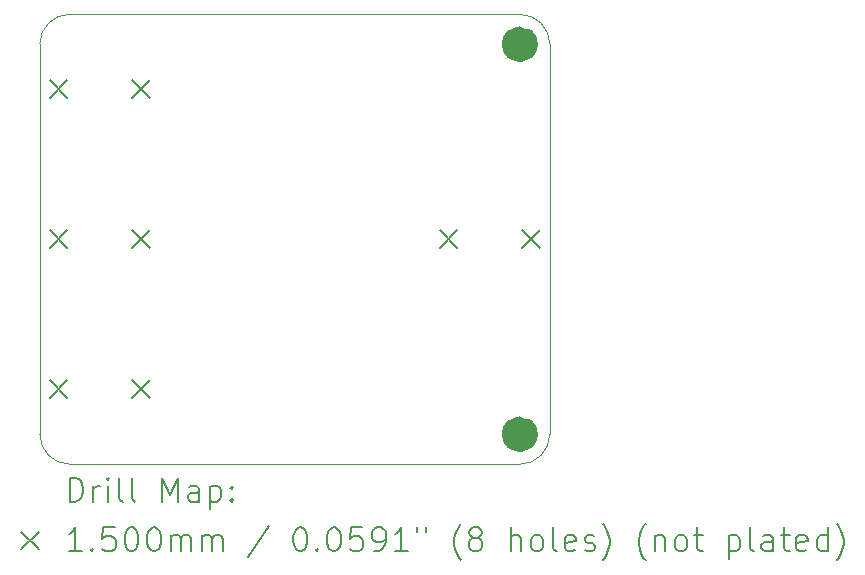
<source format=gbr>
%FSLAX45Y45*%
G04 Gerber Fmt 4.5, Leading zero omitted, Abs format (unit mm)*
G04 Created by KiCad (PCBNEW (6.0.5)) date 2022-06-29 19:51:04*
%MOMM*%
%LPD*%
G01*
G04 APERTURE LIST*
%TA.AperFunction,Profile*%
%ADD10C,0.100000*%
%TD*%
%TA.AperFunction,Profile*%
%ADD11C,1.550000*%
%TD*%
%ADD12C,0.200000*%
%ADD13C,0.150000*%
G04 APERTURE END LIST*
D10*
X13589000Y-11557000D02*
G75*
G03*
X13843000Y-11811000I254000J0D01*
G01*
X17907000Y-8255000D02*
G75*
G03*
X17653000Y-8001000I-254000J0D01*
G01*
D11*
X17730500Y-8255000D02*
G75*
G03*
X17730500Y-8255000I-77500J0D01*
G01*
D10*
X17653000Y-11811000D02*
G75*
G03*
X17907000Y-11557000I0J254000D01*
G01*
X17907000Y-8255000D02*
X17907000Y-11557000D01*
D11*
X17730500Y-11557000D02*
G75*
G03*
X17730500Y-11557000I-77500J0D01*
G01*
D10*
X13843000Y-11811000D02*
X17653000Y-11811000D01*
X13589000Y-8255000D02*
X13589000Y-11557000D01*
X17653000Y-8001000D02*
X13843000Y-8001000D01*
X13843000Y-8001000D02*
G75*
G03*
X13589000Y-8255000I0J-254000D01*
G01*
D12*
D13*
X13671500Y-8561000D02*
X13821500Y-8711000D01*
X13821500Y-8561000D02*
X13671500Y-8711000D01*
X13671500Y-9831000D02*
X13821500Y-9981000D01*
X13821500Y-9831000D02*
X13671500Y-9981000D01*
X13671500Y-11101000D02*
X13821500Y-11251000D01*
X13821500Y-11101000D02*
X13671500Y-11251000D01*
X14371500Y-8561000D02*
X14521500Y-8711000D01*
X14521500Y-8561000D02*
X14371500Y-8711000D01*
X14371500Y-9831000D02*
X14521500Y-9981000D01*
X14521500Y-9831000D02*
X14371500Y-9981000D01*
X14371500Y-11101000D02*
X14521500Y-11251000D01*
X14521500Y-11101000D02*
X14371500Y-11251000D01*
X16974500Y-9831000D02*
X17124500Y-9981000D01*
X17124500Y-9831000D02*
X16974500Y-9981000D01*
X17674500Y-9831000D02*
X17824500Y-9981000D01*
X17824500Y-9831000D02*
X17674500Y-9981000D01*
D12*
X13841619Y-12126476D02*
X13841619Y-11926476D01*
X13889238Y-11926476D01*
X13917809Y-11936000D01*
X13936857Y-11955048D01*
X13946381Y-11974095D01*
X13955905Y-12012190D01*
X13955905Y-12040762D01*
X13946381Y-12078857D01*
X13936857Y-12097905D01*
X13917809Y-12116952D01*
X13889238Y-12126476D01*
X13841619Y-12126476D01*
X14041619Y-12126476D02*
X14041619Y-11993143D01*
X14041619Y-12031238D02*
X14051143Y-12012190D01*
X14060667Y-12002667D01*
X14079714Y-11993143D01*
X14098762Y-11993143D01*
X14165428Y-12126476D02*
X14165428Y-11993143D01*
X14165428Y-11926476D02*
X14155905Y-11936000D01*
X14165428Y-11945524D01*
X14174952Y-11936000D01*
X14165428Y-11926476D01*
X14165428Y-11945524D01*
X14289238Y-12126476D02*
X14270190Y-12116952D01*
X14260667Y-12097905D01*
X14260667Y-11926476D01*
X14394000Y-12126476D02*
X14374952Y-12116952D01*
X14365428Y-12097905D01*
X14365428Y-11926476D01*
X14622571Y-12126476D02*
X14622571Y-11926476D01*
X14689238Y-12069333D01*
X14755905Y-11926476D01*
X14755905Y-12126476D01*
X14936857Y-12126476D02*
X14936857Y-12021714D01*
X14927333Y-12002667D01*
X14908286Y-11993143D01*
X14870190Y-11993143D01*
X14851143Y-12002667D01*
X14936857Y-12116952D02*
X14917809Y-12126476D01*
X14870190Y-12126476D01*
X14851143Y-12116952D01*
X14841619Y-12097905D01*
X14841619Y-12078857D01*
X14851143Y-12059809D01*
X14870190Y-12050286D01*
X14917809Y-12050286D01*
X14936857Y-12040762D01*
X15032095Y-11993143D02*
X15032095Y-12193143D01*
X15032095Y-12002667D02*
X15051143Y-11993143D01*
X15089238Y-11993143D01*
X15108286Y-12002667D01*
X15117809Y-12012190D01*
X15127333Y-12031238D01*
X15127333Y-12088381D01*
X15117809Y-12107428D01*
X15108286Y-12116952D01*
X15089238Y-12126476D01*
X15051143Y-12126476D01*
X15032095Y-12116952D01*
X15213048Y-12107428D02*
X15222571Y-12116952D01*
X15213048Y-12126476D01*
X15203524Y-12116952D01*
X15213048Y-12107428D01*
X15213048Y-12126476D01*
X15213048Y-12002667D02*
X15222571Y-12012190D01*
X15213048Y-12021714D01*
X15203524Y-12012190D01*
X15213048Y-12002667D01*
X15213048Y-12021714D01*
D13*
X13434000Y-12381000D02*
X13584000Y-12531000D01*
X13584000Y-12381000D02*
X13434000Y-12531000D01*
D12*
X13946381Y-12546476D02*
X13832095Y-12546476D01*
X13889238Y-12546476D02*
X13889238Y-12346476D01*
X13870190Y-12375048D01*
X13851143Y-12394095D01*
X13832095Y-12403619D01*
X14032095Y-12527428D02*
X14041619Y-12536952D01*
X14032095Y-12546476D01*
X14022571Y-12536952D01*
X14032095Y-12527428D01*
X14032095Y-12546476D01*
X14222571Y-12346476D02*
X14127333Y-12346476D01*
X14117809Y-12441714D01*
X14127333Y-12432190D01*
X14146381Y-12422667D01*
X14194000Y-12422667D01*
X14213048Y-12432190D01*
X14222571Y-12441714D01*
X14232095Y-12460762D01*
X14232095Y-12508381D01*
X14222571Y-12527428D01*
X14213048Y-12536952D01*
X14194000Y-12546476D01*
X14146381Y-12546476D01*
X14127333Y-12536952D01*
X14117809Y-12527428D01*
X14355905Y-12346476D02*
X14374952Y-12346476D01*
X14394000Y-12356000D01*
X14403524Y-12365524D01*
X14413048Y-12384571D01*
X14422571Y-12422667D01*
X14422571Y-12470286D01*
X14413048Y-12508381D01*
X14403524Y-12527428D01*
X14394000Y-12536952D01*
X14374952Y-12546476D01*
X14355905Y-12546476D01*
X14336857Y-12536952D01*
X14327333Y-12527428D01*
X14317809Y-12508381D01*
X14308286Y-12470286D01*
X14308286Y-12422667D01*
X14317809Y-12384571D01*
X14327333Y-12365524D01*
X14336857Y-12356000D01*
X14355905Y-12346476D01*
X14546381Y-12346476D02*
X14565428Y-12346476D01*
X14584476Y-12356000D01*
X14594000Y-12365524D01*
X14603524Y-12384571D01*
X14613048Y-12422667D01*
X14613048Y-12470286D01*
X14603524Y-12508381D01*
X14594000Y-12527428D01*
X14584476Y-12536952D01*
X14565428Y-12546476D01*
X14546381Y-12546476D01*
X14527333Y-12536952D01*
X14517809Y-12527428D01*
X14508286Y-12508381D01*
X14498762Y-12470286D01*
X14498762Y-12422667D01*
X14508286Y-12384571D01*
X14517809Y-12365524D01*
X14527333Y-12356000D01*
X14546381Y-12346476D01*
X14698762Y-12546476D02*
X14698762Y-12413143D01*
X14698762Y-12432190D02*
X14708286Y-12422667D01*
X14727333Y-12413143D01*
X14755905Y-12413143D01*
X14774952Y-12422667D01*
X14784476Y-12441714D01*
X14784476Y-12546476D01*
X14784476Y-12441714D02*
X14794000Y-12422667D01*
X14813048Y-12413143D01*
X14841619Y-12413143D01*
X14860667Y-12422667D01*
X14870190Y-12441714D01*
X14870190Y-12546476D01*
X14965428Y-12546476D02*
X14965428Y-12413143D01*
X14965428Y-12432190D02*
X14974952Y-12422667D01*
X14994000Y-12413143D01*
X15022571Y-12413143D01*
X15041619Y-12422667D01*
X15051143Y-12441714D01*
X15051143Y-12546476D01*
X15051143Y-12441714D02*
X15060667Y-12422667D01*
X15079714Y-12413143D01*
X15108286Y-12413143D01*
X15127333Y-12422667D01*
X15136857Y-12441714D01*
X15136857Y-12546476D01*
X15527333Y-12336952D02*
X15355905Y-12594095D01*
X15784476Y-12346476D02*
X15803524Y-12346476D01*
X15822571Y-12356000D01*
X15832095Y-12365524D01*
X15841619Y-12384571D01*
X15851143Y-12422667D01*
X15851143Y-12470286D01*
X15841619Y-12508381D01*
X15832095Y-12527428D01*
X15822571Y-12536952D01*
X15803524Y-12546476D01*
X15784476Y-12546476D01*
X15765428Y-12536952D01*
X15755905Y-12527428D01*
X15746381Y-12508381D01*
X15736857Y-12470286D01*
X15736857Y-12422667D01*
X15746381Y-12384571D01*
X15755905Y-12365524D01*
X15765428Y-12356000D01*
X15784476Y-12346476D01*
X15936857Y-12527428D02*
X15946381Y-12536952D01*
X15936857Y-12546476D01*
X15927333Y-12536952D01*
X15936857Y-12527428D01*
X15936857Y-12546476D01*
X16070190Y-12346476D02*
X16089238Y-12346476D01*
X16108286Y-12356000D01*
X16117809Y-12365524D01*
X16127333Y-12384571D01*
X16136857Y-12422667D01*
X16136857Y-12470286D01*
X16127333Y-12508381D01*
X16117809Y-12527428D01*
X16108286Y-12536952D01*
X16089238Y-12546476D01*
X16070190Y-12546476D01*
X16051143Y-12536952D01*
X16041619Y-12527428D01*
X16032095Y-12508381D01*
X16022571Y-12470286D01*
X16022571Y-12422667D01*
X16032095Y-12384571D01*
X16041619Y-12365524D01*
X16051143Y-12356000D01*
X16070190Y-12346476D01*
X16317809Y-12346476D02*
X16222571Y-12346476D01*
X16213048Y-12441714D01*
X16222571Y-12432190D01*
X16241619Y-12422667D01*
X16289238Y-12422667D01*
X16308286Y-12432190D01*
X16317809Y-12441714D01*
X16327333Y-12460762D01*
X16327333Y-12508381D01*
X16317809Y-12527428D01*
X16308286Y-12536952D01*
X16289238Y-12546476D01*
X16241619Y-12546476D01*
X16222571Y-12536952D01*
X16213048Y-12527428D01*
X16422571Y-12546476D02*
X16460667Y-12546476D01*
X16479714Y-12536952D01*
X16489238Y-12527428D01*
X16508286Y-12498857D01*
X16517809Y-12460762D01*
X16517809Y-12384571D01*
X16508286Y-12365524D01*
X16498762Y-12356000D01*
X16479714Y-12346476D01*
X16441619Y-12346476D01*
X16422571Y-12356000D01*
X16413048Y-12365524D01*
X16403524Y-12384571D01*
X16403524Y-12432190D01*
X16413048Y-12451238D01*
X16422571Y-12460762D01*
X16441619Y-12470286D01*
X16479714Y-12470286D01*
X16498762Y-12460762D01*
X16508286Y-12451238D01*
X16517809Y-12432190D01*
X16708286Y-12546476D02*
X16594000Y-12546476D01*
X16651143Y-12546476D02*
X16651143Y-12346476D01*
X16632095Y-12375048D01*
X16613048Y-12394095D01*
X16594000Y-12403619D01*
X16784476Y-12346476D02*
X16784476Y-12384571D01*
X16860667Y-12346476D02*
X16860667Y-12384571D01*
X17155905Y-12622667D02*
X17146381Y-12613143D01*
X17127333Y-12584571D01*
X17117810Y-12565524D01*
X17108286Y-12536952D01*
X17098762Y-12489333D01*
X17098762Y-12451238D01*
X17108286Y-12403619D01*
X17117810Y-12375048D01*
X17127333Y-12356000D01*
X17146381Y-12327428D01*
X17155905Y-12317905D01*
X17260667Y-12432190D02*
X17241619Y-12422667D01*
X17232095Y-12413143D01*
X17222571Y-12394095D01*
X17222571Y-12384571D01*
X17232095Y-12365524D01*
X17241619Y-12356000D01*
X17260667Y-12346476D01*
X17298762Y-12346476D01*
X17317810Y-12356000D01*
X17327333Y-12365524D01*
X17336857Y-12384571D01*
X17336857Y-12394095D01*
X17327333Y-12413143D01*
X17317810Y-12422667D01*
X17298762Y-12432190D01*
X17260667Y-12432190D01*
X17241619Y-12441714D01*
X17232095Y-12451238D01*
X17222571Y-12470286D01*
X17222571Y-12508381D01*
X17232095Y-12527428D01*
X17241619Y-12536952D01*
X17260667Y-12546476D01*
X17298762Y-12546476D01*
X17317810Y-12536952D01*
X17327333Y-12527428D01*
X17336857Y-12508381D01*
X17336857Y-12470286D01*
X17327333Y-12451238D01*
X17317810Y-12441714D01*
X17298762Y-12432190D01*
X17574952Y-12546476D02*
X17574952Y-12346476D01*
X17660667Y-12546476D02*
X17660667Y-12441714D01*
X17651143Y-12422667D01*
X17632095Y-12413143D01*
X17603524Y-12413143D01*
X17584476Y-12422667D01*
X17574952Y-12432190D01*
X17784476Y-12546476D02*
X17765429Y-12536952D01*
X17755905Y-12527428D01*
X17746381Y-12508381D01*
X17746381Y-12451238D01*
X17755905Y-12432190D01*
X17765429Y-12422667D01*
X17784476Y-12413143D01*
X17813048Y-12413143D01*
X17832095Y-12422667D01*
X17841619Y-12432190D01*
X17851143Y-12451238D01*
X17851143Y-12508381D01*
X17841619Y-12527428D01*
X17832095Y-12536952D01*
X17813048Y-12546476D01*
X17784476Y-12546476D01*
X17965429Y-12546476D02*
X17946381Y-12536952D01*
X17936857Y-12517905D01*
X17936857Y-12346476D01*
X18117810Y-12536952D02*
X18098762Y-12546476D01*
X18060667Y-12546476D01*
X18041619Y-12536952D01*
X18032095Y-12517905D01*
X18032095Y-12441714D01*
X18041619Y-12422667D01*
X18060667Y-12413143D01*
X18098762Y-12413143D01*
X18117810Y-12422667D01*
X18127333Y-12441714D01*
X18127333Y-12460762D01*
X18032095Y-12479809D01*
X18203524Y-12536952D02*
X18222571Y-12546476D01*
X18260667Y-12546476D01*
X18279714Y-12536952D01*
X18289238Y-12517905D01*
X18289238Y-12508381D01*
X18279714Y-12489333D01*
X18260667Y-12479809D01*
X18232095Y-12479809D01*
X18213048Y-12470286D01*
X18203524Y-12451238D01*
X18203524Y-12441714D01*
X18213048Y-12422667D01*
X18232095Y-12413143D01*
X18260667Y-12413143D01*
X18279714Y-12422667D01*
X18355905Y-12622667D02*
X18365429Y-12613143D01*
X18384476Y-12584571D01*
X18394000Y-12565524D01*
X18403524Y-12536952D01*
X18413048Y-12489333D01*
X18413048Y-12451238D01*
X18403524Y-12403619D01*
X18394000Y-12375048D01*
X18384476Y-12356000D01*
X18365429Y-12327428D01*
X18355905Y-12317905D01*
X18717810Y-12622667D02*
X18708286Y-12613143D01*
X18689238Y-12584571D01*
X18679714Y-12565524D01*
X18670190Y-12536952D01*
X18660667Y-12489333D01*
X18660667Y-12451238D01*
X18670190Y-12403619D01*
X18679714Y-12375048D01*
X18689238Y-12356000D01*
X18708286Y-12327428D01*
X18717810Y-12317905D01*
X18794000Y-12413143D02*
X18794000Y-12546476D01*
X18794000Y-12432190D02*
X18803524Y-12422667D01*
X18822571Y-12413143D01*
X18851143Y-12413143D01*
X18870190Y-12422667D01*
X18879714Y-12441714D01*
X18879714Y-12546476D01*
X19003524Y-12546476D02*
X18984476Y-12536952D01*
X18974952Y-12527428D01*
X18965429Y-12508381D01*
X18965429Y-12451238D01*
X18974952Y-12432190D01*
X18984476Y-12422667D01*
X19003524Y-12413143D01*
X19032095Y-12413143D01*
X19051143Y-12422667D01*
X19060667Y-12432190D01*
X19070190Y-12451238D01*
X19070190Y-12508381D01*
X19060667Y-12527428D01*
X19051143Y-12536952D01*
X19032095Y-12546476D01*
X19003524Y-12546476D01*
X19127333Y-12413143D02*
X19203524Y-12413143D01*
X19155905Y-12346476D02*
X19155905Y-12517905D01*
X19165429Y-12536952D01*
X19184476Y-12546476D01*
X19203524Y-12546476D01*
X19422571Y-12413143D02*
X19422571Y-12613143D01*
X19422571Y-12422667D02*
X19441619Y-12413143D01*
X19479714Y-12413143D01*
X19498762Y-12422667D01*
X19508286Y-12432190D01*
X19517810Y-12451238D01*
X19517810Y-12508381D01*
X19508286Y-12527428D01*
X19498762Y-12536952D01*
X19479714Y-12546476D01*
X19441619Y-12546476D01*
X19422571Y-12536952D01*
X19632095Y-12546476D02*
X19613048Y-12536952D01*
X19603524Y-12517905D01*
X19603524Y-12346476D01*
X19794000Y-12546476D02*
X19794000Y-12441714D01*
X19784476Y-12422667D01*
X19765429Y-12413143D01*
X19727333Y-12413143D01*
X19708286Y-12422667D01*
X19794000Y-12536952D02*
X19774952Y-12546476D01*
X19727333Y-12546476D01*
X19708286Y-12536952D01*
X19698762Y-12517905D01*
X19698762Y-12498857D01*
X19708286Y-12479809D01*
X19727333Y-12470286D01*
X19774952Y-12470286D01*
X19794000Y-12460762D01*
X19860667Y-12413143D02*
X19936857Y-12413143D01*
X19889238Y-12346476D02*
X19889238Y-12517905D01*
X19898762Y-12536952D01*
X19917810Y-12546476D01*
X19936857Y-12546476D01*
X20079714Y-12536952D02*
X20060667Y-12546476D01*
X20022571Y-12546476D01*
X20003524Y-12536952D01*
X19994000Y-12517905D01*
X19994000Y-12441714D01*
X20003524Y-12422667D01*
X20022571Y-12413143D01*
X20060667Y-12413143D01*
X20079714Y-12422667D01*
X20089238Y-12441714D01*
X20089238Y-12460762D01*
X19994000Y-12479809D01*
X20260667Y-12546476D02*
X20260667Y-12346476D01*
X20260667Y-12536952D02*
X20241619Y-12546476D01*
X20203524Y-12546476D01*
X20184476Y-12536952D01*
X20174952Y-12527428D01*
X20165429Y-12508381D01*
X20165429Y-12451238D01*
X20174952Y-12432190D01*
X20184476Y-12422667D01*
X20203524Y-12413143D01*
X20241619Y-12413143D01*
X20260667Y-12422667D01*
X20336857Y-12622667D02*
X20346381Y-12613143D01*
X20365429Y-12584571D01*
X20374952Y-12565524D01*
X20384476Y-12536952D01*
X20394000Y-12489333D01*
X20394000Y-12451238D01*
X20384476Y-12403619D01*
X20374952Y-12375048D01*
X20365429Y-12356000D01*
X20346381Y-12327428D01*
X20336857Y-12317905D01*
M02*

</source>
